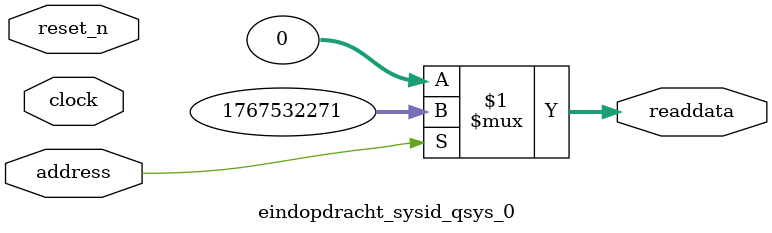
<source format=v>



// synthesis translate_off
`timescale 1ns / 1ps
// synthesis translate_on

// turn off superfluous verilog processor warnings 
// altera message_level Level1 
// altera message_off 10034 10035 10036 10037 10230 10240 10030 

module eindopdracht_sysid_qsys_0 (
               // inputs:
                address,
                clock,
                reset_n,

               // outputs:
                readdata
             )
;

  output  [ 31: 0] readdata;
  input            address;
  input            clock;
  input            reset_n;

  wire    [ 31: 0] readdata;
  //control_slave, which is an e_avalon_slave
  assign readdata = address ? 1767532271 : 0;

endmodule



</source>
